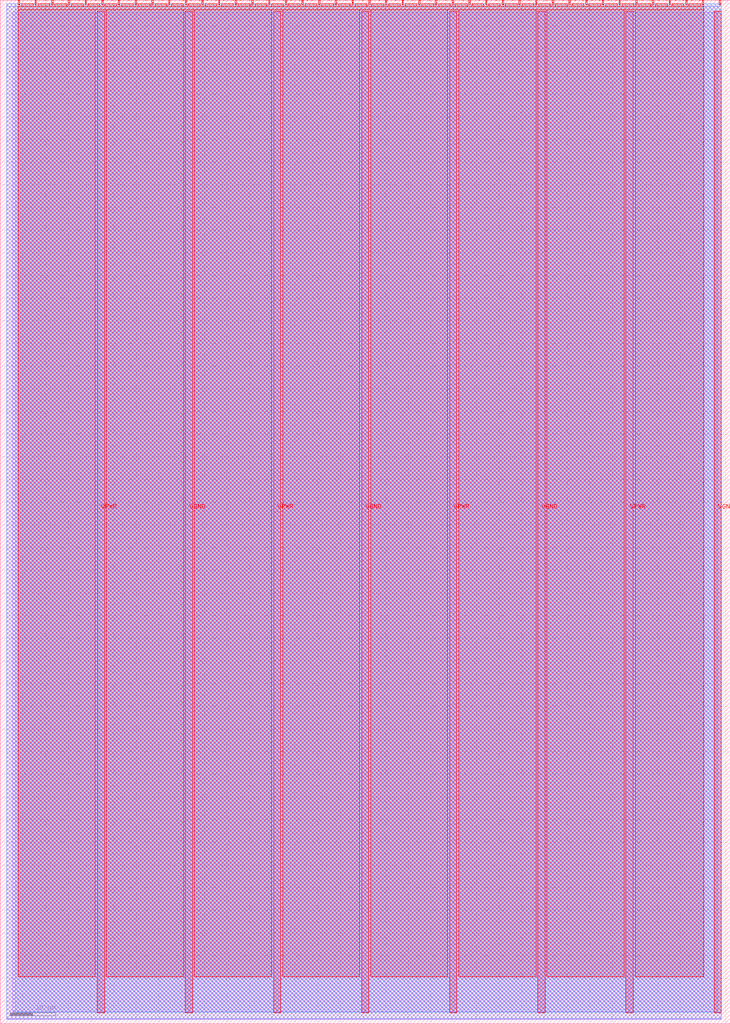
<source format=lef>
VERSION 5.7 ;
  NOWIREEXTENSIONATPIN ON ;
  DIVIDERCHAR "/" ;
  BUSBITCHARS "[]" ;
MACRO tt_um_ccattuto_charmatrix
  CLASS BLOCK ;
  FOREIGN tt_um_ccattuto_charmatrix ;
  ORIGIN 0.000 0.000 ;
  SIZE 161.000 BY 225.760 ;
  PIN VGND
    DIRECTION INOUT ;
    USE GROUND ;
    PORT
      LAYER met4 ;
        RECT 40.830 2.480 42.430 223.280 ;
    END
    PORT
      LAYER met4 ;
        RECT 79.700 2.480 81.300 223.280 ;
    END
    PORT
      LAYER met4 ;
        RECT 118.570 2.480 120.170 223.280 ;
    END
    PORT
      LAYER met4 ;
        RECT 157.440 2.480 159.040 223.280 ;
    END
  END VGND
  PIN VPWR
    DIRECTION INOUT ;
    USE POWER ;
    PORT
      LAYER met4 ;
        RECT 21.395 2.480 22.995 223.280 ;
    END
    PORT
      LAYER met4 ;
        RECT 60.265 2.480 61.865 223.280 ;
    END
    PORT
      LAYER met4 ;
        RECT 99.135 2.480 100.735 223.280 ;
    END
    PORT
      LAYER met4 ;
        RECT 138.005 2.480 139.605 223.280 ;
    END
  END VPWR
  PIN clk
    DIRECTION INPUT ;
    USE SIGNAL ;
    ANTENNAGATEAREA 0.852000 ;
    PORT
      LAYER met4 ;
        RECT 154.870 224.760 155.170 225.760 ;
    END
  END clk
  PIN ena
    DIRECTION INPUT ;
    USE SIGNAL ;
    PORT
      LAYER met4 ;
        RECT 158.550 224.760 158.850 225.760 ;
    END
  END ena
  PIN rst_n
    DIRECTION INPUT ;
    USE SIGNAL ;
    ANTENNAGATEAREA 0.159000 ;
    PORT
      LAYER met4 ;
        RECT 151.190 224.760 151.490 225.760 ;
    END
  END rst_n
  PIN ui_in[0]
    DIRECTION INPUT ;
    USE SIGNAL ;
    ANTENNAGATEAREA 0.159000 ;
    PORT
      LAYER met4 ;
        RECT 147.510 224.760 147.810 225.760 ;
    END
  END ui_in[0]
  PIN ui_in[1]
    DIRECTION INPUT ;
    USE SIGNAL ;
    ANTENNAGATEAREA 0.159000 ;
    PORT
      LAYER met4 ;
        RECT 143.830 224.760 144.130 225.760 ;
    END
  END ui_in[1]
  PIN ui_in[2]
    DIRECTION INPUT ;
    USE SIGNAL ;
    ANTENNAGATEAREA 0.213000 ;
    PORT
      LAYER met4 ;
        RECT 140.150 224.760 140.450 225.760 ;
    END
  END ui_in[2]
  PIN ui_in[3]
    DIRECTION INPUT ;
    USE SIGNAL ;
    ANTENNAGATEAREA 0.196500 ;
    PORT
      LAYER met4 ;
        RECT 136.470 224.760 136.770 225.760 ;
    END
  END ui_in[3]
  PIN ui_in[4]
    DIRECTION INPUT ;
    USE SIGNAL ;
    ANTENNAGATEAREA 0.213000 ;
    PORT
      LAYER met4 ;
        RECT 132.790 224.760 133.090 225.760 ;
    END
  END ui_in[4]
  PIN ui_in[5]
    DIRECTION INPUT ;
    USE SIGNAL ;
    ANTENNAGATEAREA 0.196500 ;
    PORT
      LAYER met4 ;
        RECT 129.110 224.760 129.410 225.760 ;
    END
  END ui_in[5]
  PIN ui_in[6]
    DIRECTION INPUT ;
    USE SIGNAL ;
    ANTENNAGATEAREA 0.213000 ;
    PORT
      LAYER met4 ;
        RECT 125.430 224.760 125.730 225.760 ;
    END
  END ui_in[6]
  PIN ui_in[7]
    DIRECTION INPUT ;
    USE SIGNAL ;
    ANTENNAGATEAREA 0.159000 ;
    PORT
      LAYER met4 ;
        RECT 121.750 224.760 122.050 225.760 ;
    END
  END ui_in[7]
  PIN uio_in[0]
    DIRECTION INPUT ;
    USE SIGNAL ;
    PORT
      LAYER met4 ;
        RECT 118.070 224.760 118.370 225.760 ;
    END
  END uio_in[0]
  PIN uio_in[1]
    DIRECTION INPUT ;
    USE SIGNAL ;
    PORT
      LAYER met4 ;
        RECT 114.390 224.760 114.690 225.760 ;
    END
  END uio_in[1]
  PIN uio_in[2]
    DIRECTION INPUT ;
    USE SIGNAL ;
    PORT
      LAYER met4 ;
        RECT 110.710 224.760 111.010 225.760 ;
    END
  END uio_in[2]
  PIN uio_in[3]
    DIRECTION INPUT ;
    USE SIGNAL ;
    PORT
      LAYER met4 ;
        RECT 107.030 224.760 107.330 225.760 ;
    END
  END uio_in[3]
  PIN uio_in[4]
    DIRECTION INPUT ;
    USE SIGNAL ;
    PORT
      LAYER met4 ;
        RECT 103.350 224.760 103.650 225.760 ;
    END
  END uio_in[4]
  PIN uio_in[5]
    DIRECTION INPUT ;
    USE SIGNAL ;
    PORT
      LAYER met4 ;
        RECT 99.670 224.760 99.970 225.760 ;
    END
  END uio_in[5]
  PIN uio_in[6]
    DIRECTION INPUT ;
    USE SIGNAL ;
    PORT
      LAYER met4 ;
        RECT 95.990 224.760 96.290 225.760 ;
    END
  END uio_in[6]
  PIN uio_in[7]
    DIRECTION INPUT ;
    USE SIGNAL ;
    PORT
      LAYER met4 ;
        RECT 92.310 224.760 92.610 225.760 ;
    END
  END uio_in[7]
  PIN uio_oe[0]
    DIRECTION OUTPUT TRISTATE ;
    USE SIGNAL ;
    PORT
      LAYER met4 ;
        RECT 29.750 224.760 30.050 225.760 ;
    END
  END uio_oe[0]
  PIN uio_oe[1]
    DIRECTION OUTPUT TRISTATE ;
    USE SIGNAL ;
    PORT
      LAYER met4 ;
        RECT 26.070 224.760 26.370 225.760 ;
    END
  END uio_oe[1]
  PIN uio_oe[2]
    DIRECTION OUTPUT TRISTATE ;
    USE SIGNAL ;
    PORT
      LAYER met4 ;
        RECT 22.390 224.760 22.690 225.760 ;
    END
  END uio_oe[2]
  PIN uio_oe[3]
    DIRECTION OUTPUT TRISTATE ;
    USE SIGNAL ;
    PORT
      LAYER met4 ;
        RECT 18.710 224.760 19.010 225.760 ;
    END
  END uio_oe[3]
  PIN uio_oe[4]
    DIRECTION OUTPUT TRISTATE ;
    USE SIGNAL ;
    PORT
      LAYER met4 ;
        RECT 15.030 224.760 15.330 225.760 ;
    END
  END uio_oe[4]
  PIN uio_oe[5]
    DIRECTION OUTPUT TRISTATE ;
    USE SIGNAL ;
    PORT
      LAYER met4 ;
        RECT 11.350 224.760 11.650 225.760 ;
    END
  END uio_oe[5]
  PIN uio_oe[6]
    DIRECTION OUTPUT TRISTATE ;
    USE SIGNAL ;
    PORT
      LAYER met4 ;
        RECT 7.670 224.760 7.970 225.760 ;
    END
  END uio_oe[6]
  PIN uio_oe[7]
    DIRECTION OUTPUT TRISTATE ;
    USE SIGNAL ;
    PORT
      LAYER met4 ;
        RECT 3.990 224.760 4.290 225.760 ;
    END
  END uio_oe[7]
  PIN uio_out[0]
    DIRECTION OUTPUT TRISTATE ;
    USE SIGNAL ;
    PORT
      LAYER met4 ;
        RECT 59.190 224.760 59.490 225.760 ;
    END
  END uio_out[0]
  PIN uio_out[1]
    DIRECTION OUTPUT TRISTATE ;
    USE SIGNAL ;
    PORT
      LAYER met4 ;
        RECT 55.510 224.760 55.810 225.760 ;
    END
  END uio_out[1]
  PIN uio_out[2]
    DIRECTION OUTPUT TRISTATE ;
    USE SIGNAL ;
    PORT
      LAYER met4 ;
        RECT 51.830 224.760 52.130 225.760 ;
    END
  END uio_out[2]
  PIN uio_out[3]
    DIRECTION OUTPUT TRISTATE ;
    USE SIGNAL ;
    PORT
      LAYER met4 ;
        RECT 48.150 224.760 48.450 225.760 ;
    END
  END uio_out[3]
  PIN uio_out[4]
    DIRECTION OUTPUT TRISTATE ;
    USE SIGNAL ;
    PORT
      LAYER met4 ;
        RECT 44.470 224.760 44.770 225.760 ;
    END
  END uio_out[4]
  PIN uio_out[5]
    DIRECTION OUTPUT TRISTATE ;
    USE SIGNAL ;
    PORT
      LAYER met4 ;
        RECT 40.790 224.760 41.090 225.760 ;
    END
  END uio_out[5]
  PIN uio_out[6]
    DIRECTION OUTPUT TRISTATE ;
    USE SIGNAL ;
    PORT
      LAYER met4 ;
        RECT 37.110 224.760 37.410 225.760 ;
    END
  END uio_out[6]
  PIN uio_out[7]
    DIRECTION OUTPUT TRISTATE ;
    USE SIGNAL ;
    PORT
      LAYER met4 ;
        RECT 33.430 224.760 33.730 225.760 ;
    END
  END uio_out[7]
  PIN uo_out[0]
    DIRECTION OUTPUT TRISTATE ;
    USE SIGNAL ;
    ANTENNADIFFAREA 0.445500 ;
    PORT
      LAYER met4 ;
        RECT 88.630 224.760 88.930 225.760 ;
    END
  END uo_out[0]
  PIN uo_out[1]
    DIRECTION OUTPUT TRISTATE ;
    USE SIGNAL ;
    ANTENNADIFFAREA 0.445500 ;
    PORT
      LAYER met4 ;
        RECT 84.950 224.760 85.250 225.760 ;
    END
  END uo_out[1]
  PIN uo_out[2]
    DIRECTION OUTPUT TRISTATE ;
    USE SIGNAL ;
    PORT
      LAYER met4 ;
        RECT 81.270 224.760 81.570 225.760 ;
    END
  END uo_out[2]
  PIN uo_out[3]
    DIRECTION OUTPUT TRISTATE ;
    USE SIGNAL ;
    PORT
      LAYER met4 ;
        RECT 77.590 224.760 77.890 225.760 ;
    END
  END uo_out[3]
  PIN uo_out[4]
    DIRECTION OUTPUT TRISTATE ;
    USE SIGNAL ;
    ANTENNADIFFAREA 0.795200 ;
    PORT
      LAYER met4 ;
        RECT 73.910 224.760 74.210 225.760 ;
    END
  END uo_out[4]
  PIN uo_out[5]
    DIRECTION OUTPUT TRISTATE ;
    USE SIGNAL ;
    PORT
      LAYER met4 ;
        RECT 70.230 224.760 70.530 225.760 ;
    END
  END uo_out[5]
  PIN uo_out[6]
    DIRECTION OUTPUT TRISTATE ;
    USE SIGNAL ;
    PORT
      LAYER met4 ;
        RECT 66.550 224.760 66.850 225.760 ;
    END
  END uo_out[6]
  PIN uo_out[7]
    DIRECTION OUTPUT TRISTATE ;
    USE SIGNAL ;
    ANTENNADIFFAREA 0.795200 ;
    PORT
      LAYER met4 ;
        RECT 62.870 224.760 63.170 225.760 ;
    END
  END uo_out[7]
  OBS
      LAYER li1 ;
        RECT 2.760 2.635 158.240 223.125 ;
      LAYER met1 ;
        RECT 1.450 1.060 159.040 224.360 ;
      LAYER met2 ;
        RECT 1.480 1.030 159.010 224.925 ;
      LAYER met3 ;
        RECT 3.285 2.555 159.030 224.905 ;
      LAYER met4 ;
        RECT 4.690 224.360 7.270 224.905 ;
        RECT 8.370 224.360 10.950 224.905 ;
        RECT 12.050 224.360 14.630 224.905 ;
        RECT 15.730 224.360 18.310 224.905 ;
        RECT 19.410 224.360 21.990 224.905 ;
        RECT 23.090 224.360 25.670 224.905 ;
        RECT 26.770 224.360 29.350 224.905 ;
        RECT 30.450 224.360 33.030 224.905 ;
        RECT 34.130 224.360 36.710 224.905 ;
        RECT 37.810 224.360 40.390 224.905 ;
        RECT 41.490 224.360 44.070 224.905 ;
        RECT 45.170 224.360 47.750 224.905 ;
        RECT 48.850 224.360 51.430 224.905 ;
        RECT 52.530 224.360 55.110 224.905 ;
        RECT 56.210 224.360 58.790 224.905 ;
        RECT 59.890 224.360 62.470 224.905 ;
        RECT 63.570 224.360 66.150 224.905 ;
        RECT 67.250 224.360 69.830 224.905 ;
        RECT 70.930 224.360 73.510 224.905 ;
        RECT 74.610 224.360 77.190 224.905 ;
        RECT 78.290 224.360 80.870 224.905 ;
        RECT 81.970 224.360 84.550 224.905 ;
        RECT 85.650 224.360 88.230 224.905 ;
        RECT 89.330 224.360 91.910 224.905 ;
        RECT 93.010 224.360 95.590 224.905 ;
        RECT 96.690 224.360 99.270 224.905 ;
        RECT 100.370 224.360 102.950 224.905 ;
        RECT 104.050 224.360 106.630 224.905 ;
        RECT 107.730 224.360 110.310 224.905 ;
        RECT 111.410 224.360 113.990 224.905 ;
        RECT 115.090 224.360 117.670 224.905 ;
        RECT 118.770 224.360 121.350 224.905 ;
        RECT 122.450 224.360 125.030 224.905 ;
        RECT 126.130 224.360 128.710 224.905 ;
        RECT 129.810 224.360 132.390 224.905 ;
        RECT 133.490 224.360 136.070 224.905 ;
        RECT 137.170 224.360 139.750 224.905 ;
        RECT 140.850 224.360 143.430 224.905 ;
        RECT 144.530 224.360 147.110 224.905 ;
        RECT 148.210 224.360 150.790 224.905 ;
        RECT 151.890 224.360 154.470 224.905 ;
        RECT 3.975 223.680 155.185 224.360 ;
        RECT 3.975 10.375 20.995 223.680 ;
        RECT 23.395 10.375 40.430 223.680 ;
        RECT 42.830 10.375 59.865 223.680 ;
        RECT 62.265 10.375 79.300 223.680 ;
        RECT 81.700 10.375 98.735 223.680 ;
        RECT 101.135 10.375 118.170 223.680 ;
        RECT 120.570 10.375 137.605 223.680 ;
        RECT 140.005 10.375 155.185 223.680 ;
  END
END tt_um_ccattuto_charmatrix
END LIBRARY


</source>
